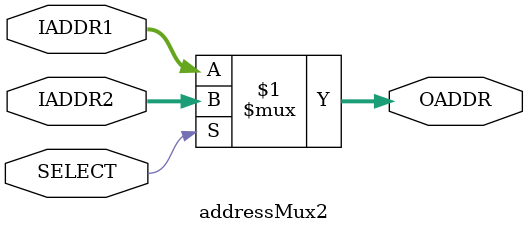
<source format=v>
module addressMux2(
IADDR1  ,	// First Input Address (Input)
IADDR2  ,	// Second Input Address (Input)
SELECT  ,	// Select Input Address (Input)
OADDR       // Output Address (Output)
);

parameter ADDR_WIDTH = 11;

//--------------Input Ports----------------------------
input   [ADDR_WIDTH-1:0]    IADDR1;
input   [ADDR_WIDTH-1:0] 	IADDR2;
input                       SELECT;

//--------------Output Ports---------------------------
output wire [ADDR_WIDTH-1:0]    OADDR;

//-------------Processing Starts Here------------------

// Multiplexer Selection Continuos Assign
assign OADDR = (SELECT) ? IADDR2 : IADDR1;

endmodule

</source>
